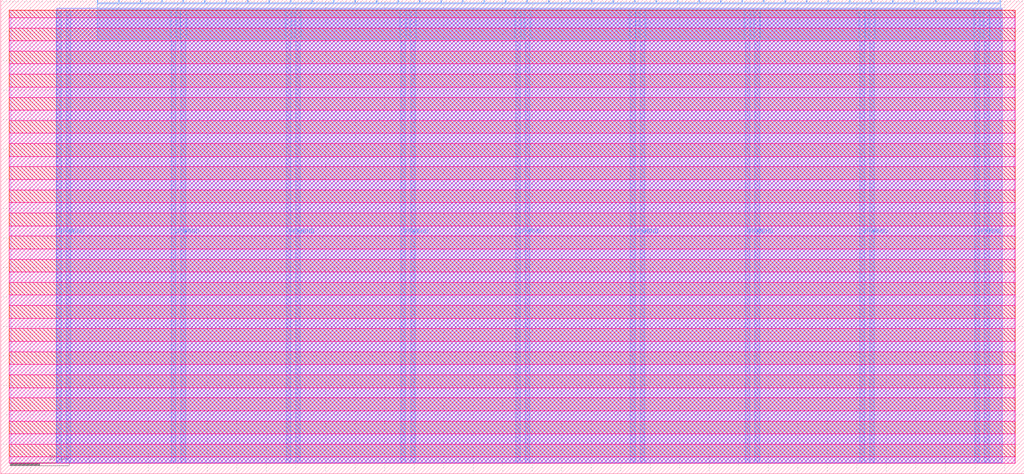
<source format=lef>
VERSION 5.7 ;
  NOWIREEXTENSIONATPIN ON ;
  DIVIDERCHAR "/" ;
  BUSBITCHARS "[]" ;
MACRO tt_um_dlmiles_ringosc_5inv
  CLASS BLOCK ;
  FOREIGN tt_um_dlmiles_ringosc_5inv ;
  ORIGIN 0.000 0.000 ;
  SIZE 346.640 BY 160.720 ;
  PIN VGND
    DIRECTION INOUT ;
    USE GROUND ;
    PORT
      LAYER Metal4 ;
        RECT 22.180 3.620 23.780 157.100 ;
    END
    PORT
      LAYER Metal4 ;
        RECT 61.050 3.620 62.650 157.100 ;
    END
    PORT
      LAYER Metal4 ;
        RECT 99.920 3.620 101.520 157.100 ;
    END
    PORT
      LAYER Metal4 ;
        RECT 138.790 3.620 140.390 157.100 ;
    END
    PORT
      LAYER Metal4 ;
        RECT 177.660 3.620 179.260 157.100 ;
    END
    PORT
      LAYER Metal4 ;
        RECT 216.530 3.620 218.130 157.100 ;
    END
    PORT
      LAYER Metal4 ;
        RECT 255.400 3.620 257.000 157.100 ;
    END
    PORT
      LAYER Metal4 ;
        RECT 294.270 3.620 295.870 157.100 ;
    END
    PORT
      LAYER Metal4 ;
        RECT 333.140 3.620 334.740 157.100 ;
    END
  END VGND
  PIN VPWR
    DIRECTION INOUT ;
    USE POWER ;
    PORT
      LAYER Metal4 ;
        RECT 18.880 3.620 20.480 157.100 ;
    END
    PORT
      LAYER Metal4 ;
        RECT 57.750 3.620 59.350 157.100 ;
    END
    PORT
      LAYER Metal4 ;
        RECT 96.620 3.620 98.220 157.100 ;
    END
    PORT
      LAYER Metal4 ;
        RECT 135.490 3.620 137.090 157.100 ;
    END
    PORT
      LAYER Metal4 ;
        RECT 174.360 3.620 175.960 157.100 ;
    END
    PORT
      LAYER Metal4 ;
        RECT 213.230 3.620 214.830 157.100 ;
    END
    PORT
      LAYER Metal4 ;
        RECT 252.100 3.620 253.700 157.100 ;
    END
    PORT
      LAYER Metal4 ;
        RECT 290.970 3.620 292.570 157.100 ;
    END
    PORT
      LAYER Metal4 ;
        RECT 329.840 3.620 331.440 157.100 ;
    END
  END VPWR
  PIN clk
    DIRECTION INPUT ;
    USE SIGNAL ;
    PORT
      LAYER Metal4 ;
        RECT 331.090 159.720 331.390 160.720 ;
    END
  END clk
  PIN ena
    DIRECTION INPUT ;
    USE SIGNAL ;
    ANTENNAGATEAREA 0.396000 ;
    PORT
      LAYER Metal4 ;
        RECT 338.370 159.720 338.670 160.720 ;
    END
  END ena
  PIN rst_n
    DIRECTION INPUT ;
    USE SIGNAL ;
    ANTENNAGATEAREA 22.254000 ;
    PORT
      LAYER Metal4 ;
        RECT 323.810 159.720 324.110 160.720 ;
    END
  END rst_n
  PIN ui_in[0]
    DIRECTION INPUT ;
    USE SIGNAL ;
    ANTENNAGATEAREA 0.396000 ;
    PORT
      LAYER Metal4 ;
        RECT 316.530 159.720 316.830 160.720 ;
    END
  END ui_in[0]
  PIN ui_in[1]
    DIRECTION INPUT ;
    USE SIGNAL ;
    PORT
      LAYER Metal4 ;
        RECT 309.250 159.720 309.550 160.720 ;
    END
  END ui_in[1]
  PIN ui_in[2]
    DIRECTION INPUT ;
    USE SIGNAL ;
    PORT
      LAYER Metal4 ;
        RECT 301.970 159.720 302.270 160.720 ;
    END
  END ui_in[2]
  PIN ui_in[3]
    DIRECTION INPUT ;
    USE SIGNAL ;
    PORT
      LAYER Metal4 ;
        RECT 294.690 159.720 294.990 160.720 ;
    END
  END ui_in[3]
  PIN ui_in[4]
    DIRECTION INPUT ;
    USE SIGNAL ;
    PORT
      LAYER Metal4 ;
        RECT 287.410 159.720 287.710 160.720 ;
    END
  END ui_in[4]
  PIN ui_in[5]
    DIRECTION INPUT ;
    USE SIGNAL ;
    PORT
      LAYER Metal4 ;
        RECT 280.130 159.720 280.430 160.720 ;
    END
  END ui_in[5]
  PIN ui_in[6]
    DIRECTION INPUT ;
    USE SIGNAL ;
    PORT
      LAYER Metal4 ;
        RECT 272.850 159.720 273.150 160.720 ;
    END
  END ui_in[6]
  PIN ui_in[7]
    DIRECTION INPUT ;
    USE SIGNAL ;
    PORT
      LAYER Metal4 ;
        RECT 265.570 159.720 265.870 160.720 ;
    END
  END ui_in[7]
  PIN uio_in[0]
    DIRECTION INPUT ;
    USE SIGNAL ;
    PORT
      LAYER Metal4 ;
        RECT 258.290 159.720 258.590 160.720 ;
    END
  END uio_in[0]
  PIN uio_in[1]
    DIRECTION INPUT ;
    USE SIGNAL ;
    PORT
      LAYER Metal4 ;
        RECT 251.010 159.720 251.310 160.720 ;
    END
  END uio_in[1]
  PIN uio_in[2]
    DIRECTION INPUT ;
    USE SIGNAL ;
    PORT
      LAYER Metal4 ;
        RECT 243.730 159.720 244.030 160.720 ;
    END
  END uio_in[2]
  PIN uio_in[3]
    DIRECTION INPUT ;
    USE SIGNAL ;
    PORT
      LAYER Metal4 ;
        RECT 236.450 159.720 236.750 160.720 ;
    END
  END uio_in[3]
  PIN uio_in[4]
    DIRECTION INPUT ;
    USE SIGNAL ;
    PORT
      LAYER Metal4 ;
        RECT 229.170 159.720 229.470 160.720 ;
    END
  END uio_in[4]
  PIN uio_in[5]
    DIRECTION INPUT ;
    USE SIGNAL ;
    PORT
      LAYER Metal4 ;
        RECT 221.890 159.720 222.190 160.720 ;
    END
  END uio_in[5]
  PIN uio_in[6]
    DIRECTION INPUT ;
    USE SIGNAL ;
    PORT
      LAYER Metal4 ;
        RECT 214.610 159.720 214.910 160.720 ;
    END
  END uio_in[6]
  PIN uio_in[7]
    DIRECTION INPUT ;
    USE SIGNAL ;
    PORT
      LAYER Metal4 ;
        RECT 207.330 159.720 207.630 160.720 ;
    END
  END uio_in[7]
  PIN uio_oe[0]
    DIRECTION OUTPUT ;
    USE SIGNAL ;
    ANTENNADIFFAREA 0.536800 ;
    PORT
      LAYER Metal4 ;
        RECT 83.570 159.720 83.870 160.720 ;
    END
  END uio_oe[0]
  PIN uio_oe[1]
    DIRECTION OUTPUT ;
    USE SIGNAL ;
    ANTENNADIFFAREA 0.536800 ;
    PORT
      LAYER Metal4 ;
        RECT 76.290 159.720 76.590 160.720 ;
    END
  END uio_oe[1]
  PIN uio_oe[2]
    DIRECTION OUTPUT ;
    USE SIGNAL ;
    ANTENNADIFFAREA 0.536800 ;
    PORT
      LAYER Metal4 ;
        RECT 69.010 159.720 69.310 160.720 ;
    END
  END uio_oe[2]
  PIN uio_oe[3]
    DIRECTION OUTPUT ;
    USE SIGNAL ;
    ANTENNADIFFAREA 0.536800 ;
    PORT
      LAYER Metal4 ;
        RECT 61.730 159.720 62.030 160.720 ;
    END
  END uio_oe[3]
  PIN uio_oe[4]
    DIRECTION OUTPUT ;
    USE SIGNAL ;
    ANTENNADIFFAREA 0.536800 ;
    PORT
      LAYER Metal4 ;
        RECT 54.450 159.720 54.750 160.720 ;
    END
  END uio_oe[4]
  PIN uio_oe[5]
    DIRECTION OUTPUT ;
    USE SIGNAL ;
    ANTENNADIFFAREA 0.536800 ;
    PORT
      LAYER Metal4 ;
        RECT 47.170 159.720 47.470 160.720 ;
    END
  END uio_oe[5]
  PIN uio_oe[6]
    DIRECTION OUTPUT ;
    USE SIGNAL ;
    ANTENNADIFFAREA 0.536800 ;
    PORT
      LAYER Metal4 ;
        RECT 39.890 159.720 40.190 160.720 ;
    END
  END uio_oe[6]
  PIN uio_oe[7]
    DIRECTION OUTPUT ;
    USE SIGNAL ;
    ANTENNADIFFAREA 0.536800 ;
    PORT
      LAYER Metal4 ;
        RECT 32.610 159.720 32.910 160.720 ;
    END
  END uio_oe[7]
  PIN uio_out[0]
    DIRECTION OUTPUT ;
    USE SIGNAL ;
    ANTENNADIFFAREA 1.986000 ;
    PORT
      LAYER Metal4 ;
        RECT 141.810 159.720 142.110 160.720 ;
    END
  END uio_out[0]
  PIN uio_out[1]
    DIRECTION OUTPUT ;
    USE SIGNAL ;
    ANTENNADIFFAREA 1.986000 ;
    PORT
      LAYER Metal4 ;
        RECT 134.530 159.720 134.830 160.720 ;
    END
  END uio_out[1]
  PIN uio_out[2]
    DIRECTION OUTPUT ;
    USE SIGNAL ;
    ANTENNADIFFAREA 1.986000 ;
    PORT
      LAYER Metal4 ;
        RECT 127.250 159.720 127.550 160.720 ;
    END
  END uio_out[2]
  PIN uio_out[3]
    DIRECTION OUTPUT ;
    USE SIGNAL ;
    ANTENNADIFFAREA 1.986000 ;
    PORT
      LAYER Metal4 ;
        RECT 119.970 159.720 120.270 160.720 ;
    END
  END uio_out[3]
  PIN uio_out[4]
    DIRECTION OUTPUT ;
    USE SIGNAL ;
    ANTENNADIFFAREA 1.986000 ;
    PORT
      LAYER Metal4 ;
        RECT 112.690 159.720 112.990 160.720 ;
    END
  END uio_out[4]
  PIN uio_out[5]
    DIRECTION OUTPUT ;
    USE SIGNAL ;
    ANTENNADIFFAREA 1.986000 ;
    PORT
      LAYER Metal4 ;
        RECT 105.410 159.720 105.710 160.720 ;
    END
  END uio_out[5]
  PIN uio_out[6]
    DIRECTION OUTPUT ;
    USE SIGNAL ;
    ANTENNADIFFAREA 1.986000 ;
    PORT
      LAYER Metal4 ;
        RECT 98.130 159.720 98.430 160.720 ;
    END
  END uio_out[6]
  PIN uio_out[7]
    DIRECTION OUTPUT ;
    USE SIGNAL ;
    ANTENNADIFFAREA 1.986000 ;
    PORT
      LAYER Metal4 ;
        RECT 90.850 159.720 91.150 160.720 ;
    END
  END uio_out[7]
  PIN uo_out[0]
    DIRECTION OUTPUT ;
    USE SIGNAL ;
    ANTENNADIFFAREA 1.986000 ;
    PORT
      LAYER Metal4 ;
        RECT 200.050 159.720 200.350 160.720 ;
    END
  END uo_out[0]
  PIN uo_out[1]
    DIRECTION OUTPUT ;
    USE SIGNAL ;
    ANTENNADIFFAREA 1.986000 ;
    PORT
      LAYER Metal4 ;
        RECT 192.770 159.720 193.070 160.720 ;
    END
  END uo_out[1]
  PIN uo_out[2]
    DIRECTION OUTPUT ;
    USE SIGNAL ;
    ANTENNADIFFAREA 1.986000 ;
    PORT
      LAYER Metal4 ;
        RECT 185.490 159.720 185.790 160.720 ;
    END
  END uo_out[2]
  PIN uo_out[3]
    DIRECTION OUTPUT ;
    USE SIGNAL ;
    ANTENNADIFFAREA 1.986000 ;
    PORT
      LAYER Metal4 ;
        RECT 178.210 159.720 178.510 160.720 ;
    END
  END uo_out[3]
  PIN uo_out[4]
    DIRECTION OUTPUT ;
    USE SIGNAL ;
    ANTENNADIFFAREA 1.986000 ;
    PORT
      LAYER Metal4 ;
        RECT 170.930 159.720 171.230 160.720 ;
    END
  END uo_out[4]
  PIN uo_out[5]
    DIRECTION OUTPUT ;
    USE SIGNAL ;
    ANTENNADIFFAREA 1.986000 ;
    PORT
      LAYER Metal4 ;
        RECT 163.650 159.720 163.950 160.720 ;
    END
  END uo_out[5]
  PIN uo_out[6]
    DIRECTION OUTPUT ;
    USE SIGNAL ;
    ANTENNADIFFAREA 1.986000 ;
    PORT
      LAYER Metal4 ;
        RECT 156.370 159.720 156.670 160.720 ;
    END
  END uo_out[6]
  PIN uo_out[7]
    DIRECTION OUTPUT ;
    USE SIGNAL ;
    ANTENNADIFFAREA 1.986000 ;
    PORT
      LAYER Metal4 ;
        RECT 149.090 159.720 149.390 160.720 ;
    END
  END uo_out[7]
  OBS
      LAYER Nwell ;
        RECT 2.930 154.640 343.710 157.230 ;
      LAYER Pwell ;
        RECT 2.930 151.120 343.710 154.640 ;
      LAYER Nwell ;
        RECT 2.930 146.800 343.710 151.120 ;
      LAYER Pwell ;
        RECT 2.930 143.280 343.710 146.800 ;
      LAYER Nwell ;
        RECT 2.930 138.960 343.710 143.280 ;
      LAYER Pwell ;
        RECT 2.930 135.440 343.710 138.960 ;
      LAYER Nwell ;
        RECT 2.930 131.120 343.710 135.440 ;
      LAYER Pwell ;
        RECT 2.930 127.600 343.710 131.120 ;
      LAYER Nwell ;
        RECT 2.930 123.280 343.710 127.600 ;
      LAYER Pwell ;
        RECT 2.930 119.760 343.710 123.280 ;
      LAYER Nwell ;
        RECT 2.930 115.440 343.710 119.760 ;
      LAYER Pwell ;
        RECT 2.930 111.920 343.710 115.440 ;
      LAYER Nwell ;
        RECT 2.930 107.600 343.710 111.920 ;
      LAYER Pwell ;
        RECT 2.930 104.080 343.710 107.600 ;
      LAYER Nwell ;
        RECT 2.930 99.760 343.710 104.080 ;
      LAYER Pwell ;
        RECT 2.930 96.240 343.710 99.760 ;
      LAYER Nwell ;
        RECT 2.930 91.920 343.710 96.240 ;
      LAYER Pwell ;
        RECT 2.930 88.400 343.710 91.920 ;
      LAYER Nwell ;
        RECT 2.930 84.080 343.710 88.400 ;
      LAYER Pwell ;
        RECT 2.930 80.560 343.710 84.080 ;
      LAYER Nwell ;
        RECT 2.930 76.240 343.710 80.560 ;
      LAYER Pwell ;
        RECT 2.930 72.720 343.710 76.240 ;
      LAYER Nwell ;
        RECT 2.930 68.400 343.710 72.720 ;
      LAYER Pwell ;
        RECT 2.930 64.880 343.710 68.400 ;
      LAYER Nwell ;
        RECT 2.930 60.560 343.710 64.880 ;
      LAYER Pwell ;
        RECT 2.930 57.040 343.710 60.560 ;
      LAYER Nwell ;
        RECT 2.930 52.720 343.710 57.040 ;
      LAYER Pwell ;
        RECT 2.930 49.200 343.710 52.720 ;
      LAYER Nwell ;
        RECT 2.930 44.880 343.710 49.200 ;
      LAYER Pwell ;
        RECT 2.930 41.360 343.710 44.880 ;
      LAYER Nwell ;
        RECT 2.930 37.040 343.710 41.360 ;
      LAYER Pwell ;
        RECT 2.930 33.520 343.710 37.040 ;
      LAYER Nwell ;
        RECT 2.930 29.200 343.710 33.520 ;
      LAYER Pwell ;
        RECT 2.930 25.680 343.710 29.200 ;
      LAYER Nwell ;
        RECT 2.930 21.360 343.710 25.680 ;
      LAYER Pwell ;
        RECT 2.930 17.840 343.710 21.360 ;
      LAYER Nwell ;
        RECT 2.930 13.520 343.710 17.840 ;
      LAYER Pwell ;
        RECT 2.930 10.000 343.710 13.520 ;
      LAYER Nwell ;
        RECT 2.930 5.680 343.710 10.000 ;
      LAYER Pwell ;
        RECT 2.930 3.490 343.710 5.680 ;
      LAYER Metal1 ;
        RECT 3.360 3.620 343.280 157.100 ;
      LAYER Metal2 ;
        RECT 19.020 3.730 339.220 157.830 ;
      LAYER Metal3 ;
        RECT 18.970 3.780 339.270 157.780 ;
      LAYER Metal4 ;
        RECT 33.210 159.420 39.590 159.720 ;
        RECT 40.490 159.420 46.870 159.720 ;
        RECT 47.770 159.420 54.150 159.720 ;
        RECT 55.050 159.420 61.430 159.720 ;
        RECT 62.330 159.420 68.710 159.720 ;
        RECT 69.610 159.420 75.990 159.720 ;
        RECT 76.890 159.420 83.270 159.720 ;
        RECT 84.170 159.420 90.550 159.720 ;
        RECT 91.450 159.420 97.830 159.720 ;
        RECT 98.730 159.420 105.110 159.720 ;
        RECT 106.010 159.420 112.390 159.720 ;
        RECT 113.290 159.420 119.670 159.720 ;
        RECT 120.570 159.420 126.950 159.720 ;
        RECT 127.850 159.420 134.230 159.720 ;
        RECT 135.130 159.420 141.510 159.720 ;
        RECT 142.410 159.420 148.790 159.720 ;
        RECT 149.690 159.420 156.070 159.720 ;
        RECT 156.970 159.420 163.350 159.720 ;
        RECT 164.250 159.420 170.630 159.720 ;
        RECT 171.530 159.420 177.910 159.720 ;
        RECT 178.810 159.420 185.190 159.720 ;
        RECT 186.090 159.420 192.470 159.720 ;
        RECT 193.370 159.420 199.750 159.720 ;
        RECT 200.650 159.420 207.030 159.720 ;
        RECT 207.930 159.420 214.310 159.720 ;
        RECT 215.210 159.420 221.590 159.720 ;
        RECT 222.490 159.420 228.870 159.720 ;
        RECT 229.770 159.420 236.150 159.720 ;
        RECT 237.050 159.420 243.430 159.720 ;
        RECT 244.330 159.420 250.710 159.720 ;
        RECT 251.610 159.420 257.990 159.720 ;
        RECT 258.890 159.420 265.270 159.720 ;
        RECT 266.170 159.420 272.550 159.720 ;
        RECT 273.450 159.420 279.830 159.720 ;
        RECT 280.730 159.420 287.110 159.720 ;
        RECT 288.010 159.420 294.390 159.720 ;
        RECT 295.290 159.420 301.670 159.720 ;
        RECT 302.570 159.420 308.950 159.720 ;
        RECT 309.850 159.420 316.230 159.720 ;
        RECT 317.130 159.420 323.510 159.720 ;
        RECT 324.410 159.420 330.790 159.720 ;
        RECT 331.690 159.420 338.070 159.720 ;
        RECT 32.620 157.400 338.660 159.420 ;
        RECT 32.620 147.370 57.450 157.400 ;
        RECT 59.650 147.370 60.750 157.400 ;
        RECT 62.950 147.370 96.320 157.400 ;
        RECT 98.520 147.370 99.620 157.400 ;
        RECT 101.820 147.370 135.190 157.400 ;
        RECT 137.390 147.370 138.490 157.400 ;
        RECT 140.690 147.370 174.060 157.400 ;
        RECT 176.260 147.370 177.360 157.400 ;
        RECT 179.560 147.370 212.930 157.400 ;
        RECT 215.130 147.370 216.230 157.400 ;
        RECT 218.430 147.370 251.800 157.400 ;
        RECT 254.000 147.370 255.100 157.400 ;
        RECT 257.300 147.370 290.670 157.400 ;
        RECT 292.870 147.370 293.970 157.400 ;
        RECT 296.170 147.370 329.540 157.400 ;
        RECT 331.740 147.370 332.840 157.400 ;
        RECT 335.040 147.370 338.660 157.400 ;
  END
END tt_um_dlmiles_ringosc_5inv
END LIBRARY


</source>
